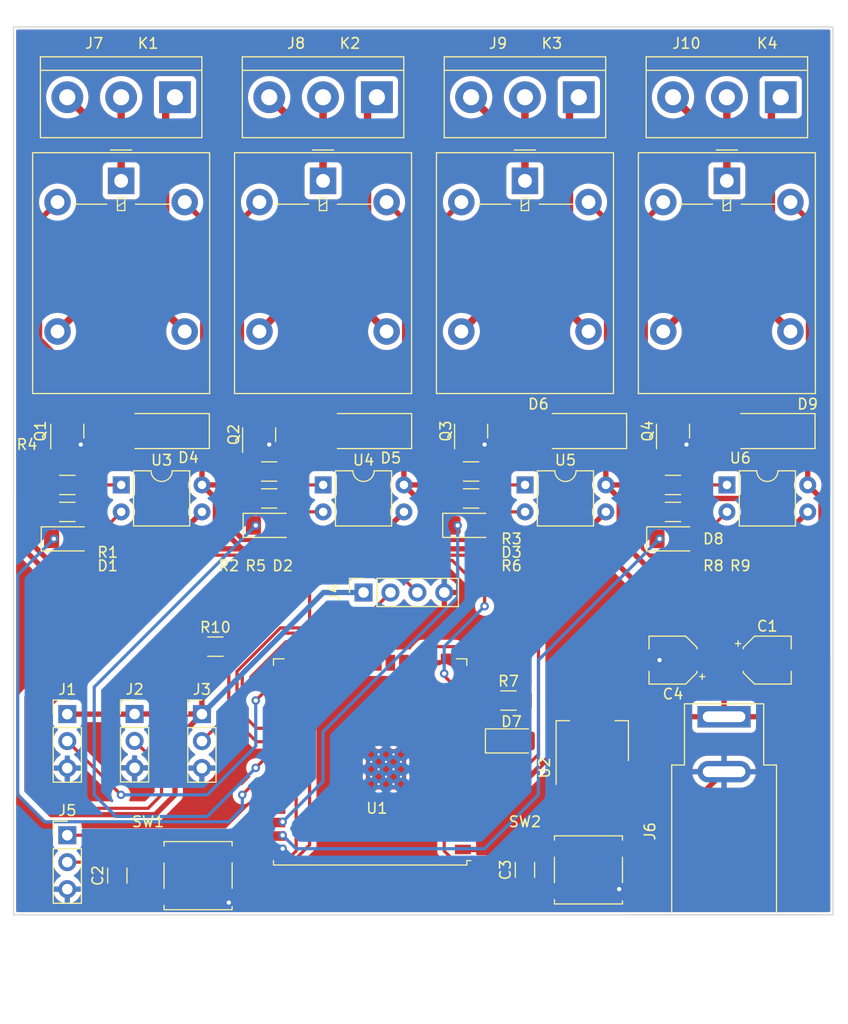
<source format=kicad_pcb>
(kicad_pcb (version 20221018) (generator pcbnew)
  (layers (0 "F.Cu" signal) (31 "B.Cu" signal) (34 "B.Paste" user) (35 "F.Paste" user) (36 "B.SilkS" user "B.Silkscreen") (37 "F.SilkS" user "F.Silkscreen") (38 "B.Mask" user) (39 "F.Mask" user) (44 "Edge.Cuts" user))
  (net 0 "")
  (net 1 "VCC")
  (net 2 "GND")
  (net 3 "/FLASH")
  (net 4 "/RESET")
  (net 5 "/VIN")
  (net 6 "/PB")
  (net 7 "/PC_LEDB")
  (net 8 "/PA")
  (net 9 "/PC_LEDA")
  (net 10 "/PC")
  (net 11 "/PC_LEDC")
  (net 12 "/RelayB")
  (net 13 "/RelayA")
  (net 14 "/RelayPC")
  (net 15 "Net-(D7-A)")
  (net 16 "/PD")
  (net 17 "/PC_LEDD")
  (net 18 "/RelayD")
  (net 19 "/PH")
  (net 20 "/TDS")
  (net 21 "/DS18")
  (net 22 "/TRIG")
  (net 23 "/ECHO")
  (net 24 "/TX")
  (net 25 "/RX")
  (net 26 "/R_AC1B")
  (net 27 "/R_AC2B")
  (net 28 "/R_AC3B")
  (net 29 "/R_AC1A")
  (net 30 "/R_AC2A")
  (net 31 "/R_AC3A")
  (net 32 "/R_AC1PC")
  (net 33 "/R_AC2PC")
  (net 34 "/R_AC3PC")
  (net 35 "/R_AC1D")
  (net 36 "/R_AC2D")
  (net 37 "/R_AC3D")
  (net 38 "/R_QB")
  (net 39 "/R_QA")
  (net 40 "/R_QPC")
  (net 41 "/R_QD")
  (net 42 "/R_PCB")
  (net 43 "/R_PCA")
  (net 44 "/R_PCC")
  (net 45 "/PC_RB")
  (net 46 "/PC_RA")
  (net 47 "/PC_RPC")
  (net 48 "/LED")
  (net 49 "/R_PCD")
  (net 50 "/PC_RD")
  (footprint "Resistor_SMD:R_1206_3216Metric_Pad1.30x1.75mm_HandSolder" (layer "F.Cu") (at 185.42 60.96)
    (fp_text reference "R5")
    (fp_text value "1k")
  )
  (footprint "Package_TO_SOT_SMD:SOT-223-3_TabPin2" (layer "F.Cu") (at 215.9 83.82 90)
    (fp_text reference "U2")
    (fp_text value "AMS1117-3.3")
  )
  (footprint "Capacitor_SMD:CP_Elec_4x5.3" (layer "F.Cu") (at 232.41 76.2)
    (fp_text reference "C1")
    (fp_text value "10u")
  )
  (footprint "TerminalBlock:TerminalBlock_bornier-3_P5.08mm" (layer "F.Cu") (at 233.68 23.1375 180)
    (fp_text reference "J10")
    (fp_text value "TD")
  )
  (footprint "Resistor_SMD:R_1206_3216Metric_Pad1.30x1.75mm_HandSolder" (layer "F.Cu") (at 166.37 62.23)
    (fp_text reference "R4")
    (fp_text value "1k")
  )
  (footprint "Package_DIP:DIP-4_W7.62mm" (layer "F.Cu") (at 209.56 59.685)
    (fp_text reference "U5")
    (fp_text value "PC817")
  )
  (footprint "Resistor_SMD:R_1206_3216Metric_Pad1.30x1.75mm_HandSolder" (layer "F.Cu") (at 208 80.01)
    (fp_text reference "R7")
    (fp_text value "330")
  )
  (footprint "Connector_BarrelJack:BarrelJack_SwitchcraftConxall_RAPC10U_Horizontal" (layer "F.Cu") (at 228.34 81.54 90)
    (fp_text reference "J6")
    (fp_text value "Jack-DC")
    (fp_line (start -18.67 -9) (end -18.67 9) (stroke (width 0.12)) (layer "Edge.Cuts"))
  )
  (footprint "Relay_THT:Relay_SPDT_Omron-G5LE-1" (layer "F.Cu") (at 228.6 31.02)
    (fp_text reference "K4")
    (fp_text value "G5LE-1")
  )
  (footprint "Connector_PinHeader_2.54mm:PinHeader_1x03_P2.54mm_Vertical" (layer "F.Cu") (at 172.72 81.28)
    (fp_text reference "J2")
    (fp_text value "TDS_Sensor")
  )
  (footprint "TerminalBlock:TerminalBlock_bornier-3_P5.08mm" (layer "F.Cu") (at 176.53 23.1375 180)
    (fp_text reference "J7")
    (fp_text value "TB")
  )
  (footprint "Package_DIP:DIP-4_W7.62mm" (layer "F.Cu") (at 228.61 59.685)
    (fp_text reference "U6")
    (fp_text value "PC817")
  )
  (footprint "Resistor_SMD:R_1206_3216Metric_Pad1.30x1.75mm_HandSolder" (layer "F.Cu") (at 185.42 58.42)
    (fp_text reference "R2")
    (fp_text value "1k")
  )
  (footprint "Diode_SMD:D_SMA_Handsoldering" (layer "F.Cu") (at 175.26 54.61 180)
    (fp_text reference "D4")
    (fp_text value "D")
  )
  (footprint "Diode_SMD:D_SMA_Handsoldering" (layer "F.Cu") (at 232.41 54.61 180)
    (fp_text reference "D9")
    (fp_text value "D")
  )
  (footprint "LED_SMD:LED_1206_3216Metric_Pad1.42x1.75mm_HandSolder" (layer "F.Cu") (at 166.37 64.77)
    (fp_text reference "D1")
    (fp_text value "LED")
  )
  (footprint "Resistor_SMD:R_1206_3216Metric_Pad1.30x1.75mm_HandSolder" (layer "F.Cu") (at 166.37 59.69)
    (fp_text reference "R1")
    (fp_text value "1k")
  )
  (footprint "RF_Module:ESP32-WROOM-32U" (layer "F.Cu") (at 194.945 85.8 180)
    (fp_text reference "U1")
    (fp_text value "ESP32-WROOM-32U")
  )
  (footprint "LED_SMD:LED_1206_3216Metric_Pad1.42x1.75mm_HandSolder" (layer "F.Cu") (at 204.2525 63.5)
    (fp_text reference "D3")
    (fp_text value "LED")
  )
  (footprint "LED_SMD:LED_1206_3216Metric_Pad1.42x1.75mm_HandSolder" (layer "F.Cu") (at 185.42 63.5)
    (fp_text reference "D2")
    (fp_text value "LED")
  )
  (footprint "Connector_PinHeader_2.54mm:PinHeader_1x03_P2.54mm_Vertical" (layer "F.Cu") (at 166.37 81.295)
    (fp_text reference "J1")
    (fp_text value "PH_Sensor")
  )
  (footprint "Resistor_SMD:R_1206_3216Metric_Pad1.30x1.75mm_HandSolder" (layer "F.Cu") (at 223.52 59.69)
    (fp_text reference "R8")
    (fp_text value "1k")
  )
  (footprint "TerminalBlock:TerminalBlock_bornier-3_P5.08mm" (layer "F.Cu") (at 195.58 23.1375 180)
    (fp_text reference "J8")
    (fp_text value "TA")
  )
  (footprint "Connector_PinHeader_2.54mm:PinHeader_1x03_P2.54mm_Vertical" (layer "F.Cu") (at 166.37 92.71)
    (fp_text reference "J5")
    (fp_text value "Flash Com")
  )
  (footprint "Resistor_SMD:R_1206_3216Metric_Pad1.30x1.75mm_HandSolder" (layer "F.Cu") (at 180.34 74.93)
    (fp_text reference "R10")
    (fp_text value "4,7K")
  )
  (footprint "Button_Switch_SMD:SW_Push_1P1T_NO_CK_KSC6xxJ" (layer "F.Cu") (at 178.71 96.52)
    (fp_text reference "SW1")
    (fp_text value "Button")
  )
  (footprint "Capacitor_SMD:CP_Elec_4x5.3" (layer "F.Cu") (at 223.52 76.2 180)
    (fp_text reference "C4")
    (fp_text value "10u")
  )
  (footprint "Relay_THT:Relay_SPDT_Omron-G5LE-1" (layer "F.Cu") (at 209.55 31.02)
    (fp_text reference "K3")
    (fp_text value "G5LE-1")
  )
  (footprint "Relay_THT:Relay_SPDT_Omron-G5LE-1" (layer "F.Cu") (at 190.5 31.02)
    (fp_text reference "K2")
    (fp_text value "G5LE-1")
  )
  (footprint "Diode_SMD:D_SMA_Handsoldering" (layer "F.Cu") (at 194.35 54.61 180)
    (fp_text reference "D5")
    (fp_text value "D")
  )
  (footprint "Resistor_SMD:R_1206_3216Metric_Pad1.30x1.75mm_HandSolder" (layer "F.Cu") (at 204.47 60.96)
    (fp_text reference "R6")
    (fp_text value "1k")
  )
  (footprint "TerminalBlock:TerminalBlock_bornier-3_P5.08mm" (layer "F.Cu") (at 214.63 23.1375 180)
    (fp_text reference "J9")
    (fp_text value "TC")
  )
  (footprint "Package_TO_SOT_SMD:SOT-23" (layer "F.Cu") (at 184.47 54.9425 90)
    (fp_text reference "Q2")
    (fp_text value "BC847")
  )
  (footprint "Diode_SMD:D_SMA_Handsoldering" (layer "F.Cu") (at 214.63 54.61 180)
    (fp_text reference "D6")
    (fp_text value "D")
  )
  (footprint "Package_TO_SOT_SMD:SOT-23" (layer "F.Cu") (at 223.52 54.61 90)
    (fp_text reference "Q4")
    (fp_text value "BC847")
  )
  (footprint "LED_SMD:LED_1206_3216Metric_Pad1.42x1.75mm_HandSolder" (layer "F.Cu") (at 208.28 83.82)
    (fp_text reference "D7")
    (fp_text value "LED")
  )
  (footprint "Resistor_SMD:R_1206_3216Metric_Pad1.30x1.75mm_HandSolder" (layer "F.Cu") (at 223.52 62.23)
    (fp_text reference "R9")
    (fp_text value "1k")
  )
  (footprint "Relay_THT:Relay_SPDT_Omron-G5LE-1" (layer "F.Cu") (at 171.45 31.02)
    (fp_text reference "K1")
    (fp_text value "G5LE-1")
  )
  (footprint "Button_Switch_SMD:SW_Push_1P1T_NO_CK_KSC6xxJ" (layer "F.Cu") (at 215.54 95.98)
    (fp_text reference "SW2")
    (fp_text value "Button")
  )
  (footprint "Package_DIP:DIP-4_W7.62mm" (layer "F.Cu") (at 171.46 59.685)
    (fp_text reference "U3")
    (fp_text value "PC817")
  )
  (footprint "Package_TO_SOT_SMD:SOT-23" (layer "F.Cu") (at 204.47 54.61 90)
    (fp_text reference "Q3")
    (fp_text value "BC847")
  )
  (footprint "Connector_PinHeader_2.54mm:PinHeader_1x03_P2.54mm_Vertical" (layer "F.Cu") (at 179.07 81.295)
    (fp_text reference "J3")
    (fp_text value "DS18B_Sensor")
  )
  (footprint "Connector_PinSocket_2.54mm:PinSocket_1x04_P2.54mm_Vertical" (layer "F.Cu") (at 194.32 69.825 90)
    (fp_text reference "J4")
    (fp_text value "Ultrasonic_Sensor")
  )
  (footprint "LED_SMD:LED_1206_3216Metric_Pad1.42x1.75mm_HandSolder" (layer "F.Cu") (at 223.4975 64.77)
    (fp_text reference "D8")
    (fp_text value "LED")
  )
  (footprint "Package_DIP:DIP-4_W7.62mm" (layer "F.Cu") (at 190.51 59.685)
    (fp_text reference "U4")
    (fp_text value "PC817")
  )
  (footprint "Capacitor_SMD:C_1206_3216Metric_Pad1.33x1.80mm_HandSolder" (layer "F.Cu") (at 171.09 96.52 90)
    (fp_text reference "C2")
    (fp_text value "1u")
  )
  (footprint "Capacitor_SMD:C_1206_3216Metric_Pad1.33x1.80mm_HandSolder" (layer "F.Cu") (at 209.55 95.98 90)
    (fp_text reference "C3")
    (fp_text value "1u")
  )
  (footprint "Resistor_SMD:R_1206_3216Metric_Pad1.30x1.75mm_HandSolder" (layer "F.Cu") (at 204.47 58.42)
    (fp_text reference "R3")
    (fp_text value "1k")
  )
  (footprint "Package_TO_SOT_SMD:SOT-23" (layer "F.Cu") (at 166.37 54.61 90)
    (fp_text reference "Q1")
    (fp_text value "BC847")
  )
  (gr_rect (start 161.29 16.51) (end 238.61 100.21) (stroke (width 0.1)) (fill none) (layer "Edge.Cuts"))
  (segment (start 179.07 81.295) (end 179.07 75.21) (width 0.5) (layer "F.Cu") (net 1))
  (segment (start 182.830051 65.71) (end 180.34 63.219949) (width 0.5) (layer "F.Cu") (net 1))
  (segment (start 236.3 53.22) (end 236.3 34.72) (width 0.5) (layer "F.Cu") (net 1))
  (segment (start 217.25 34.72) (end 215.55 33.02) (width 0.5) (layer "F.Cu") (net 1))
  (segment (start 231.459949 81.54) (end 237.48 75.519949) (width 0.5) (layer "F.Cu") (net 1))
  (segment (start 218.44 67.31) (end 219.71 68.58) (width 0.5) (layer "F.Cu") (net 1))
  (segment (start 198.2 34.72) (end 196.5 33.02) (width 0.5) (layer "F.Cu") (net 1))
  (segment (start 228.34 81.54) (end 223.63 81.54) (width 0.5) (layer "F.Cu") (net 1))
  (segment (start 179.08 59.685) (end 179.08 55.93) (width 0.5) (layer "F.Cu") (net 1))
  (segment (start 198.13 55.89) (end 196.85 54.61) (width 0.5) (layer "F.Cu") (net 1))
  (segment (start 217.13 54.61) (end 217.18 54.66) (width 0.5) (layer "F.Cu") (net 1))
  (segment (start 217.18 59.685) (end 218.44 60.945) (width 0.5) (layer "F.Cu") (net 1))
  (segment (start 228.34 81.54) (end 231.459949 81.54) (width 0.5) (layer "F.Cu") (net 1))
  (segment (start 236.23 55.93) (end 234.91 54.61) (width 0.5) (layer "F.Cu") (net 1))
  (segment (start 237.48 66.04) (end 237.48 60.935) (width 0.5) (layer "F.Cu") (net 1))
  (segment (start 180.34 63.219949) (end 180.34 60.945) (width 0.5) (layer "F.Cu") (net 1))
  (segment (start 228.34 78.47) (end 230.61 76.2) (width 0.5) (layer "F.Cu") (net 1))
  (segment (start 234.91 54.61) (end 236.3 53.22) (width 0.5) (layer "F.Cu") (net 1))
  (segment (start 228.34 81.54) (end 228.34 78.47) (width 0.5) (layer "F.Cu") (net 1))
  (segment (start 199.96 65.01) (end 200.66 65.71) (width 0.5) (layer "F.Cu") (net 1))
  (segment (start 179.15 53.22) (end 179.15 34.72) (width 0.5) (layer "F.Cu") (net 1))
  (segment (start 161.86 61.66) (end 163.83 59.69) (width 0.5) (layer "F.Cu") (net 1))
  (segment (start 199.96 61.515) (end 199.96 65.01) (width 0.5) (layer "F.Cu") (net 1))
  (segment (start 217.18 59.685) (end 221.965 59.685) (width 0.5) (layer "F.Cu") (net 1))
  (segment (start 173.71495 68.58) (end 162.56 79.73495) (width 0.5) (layer "F.Cu") (net 1))
  (segment (start 164.851472 90.77) (end 174.66 90.77) (width 0.5) (layer "F.Cu") (net 1))
  (segment (start 179.055 81.28) (end 179.07 81.295) (width 0.5) (layer "F.Cu") (net 1))
  (segment (start 182.88 65.71) (end 182.830051 65.71) (width 0.5) (layer "F.Cu") (net 1))
  (segment (start 200.66 65.71) (end 216.84 65.71) (width 0.5) (layer "F.Cu") (net 1))
  (segment (start 237.48 60.935) (end 236.23 59.685) (width 0.5) (layer "F.Cu") (net 1))
  (segment (start 198.13 59.685) (end 201.655 59.685) (width 0.5) (layer "F.Cu") (net 1))
  (segment (start 198.13 59.685) (end 198.13 55.89) (width 0.5) (layer "F.Cu") (net 1))
  (segment (start 237.48 66.05) (end 237.48 66.04) (width 0.5) (layer "F.Cu") (net 1))
  (segment (start 223.63 81.54) (end 218.2 86.97) (width 0.5) (layer "F.Cu") (net 1))
  (segment (start 177.76 54.61) (end 179.15 53.22) (width 0.5) (layer "F.Cu") (net 1))
  (segment (start 165.1 68.58) (end 161.86 65.34) (width 0.5) (layer "F.Cu") (net 1))
  (segment (start 176.53 83.835) (end 179.07 81.295) (width 0.5) (layer "F.Cu") (net 1))
  (segment (start 237.48 75.519949) (end 237.48 66.04) (width 0.5) (layer "F.Cu") (net 1))
  (segment (start 176.58495 65.71) (end 173.71495 68.58) (width 0.5) (layer "F.Cu") (net 1))
  (segment (start 219.71 68.58) (end 234.95 68.58) (width 0.5) (layer "F.Cu") (net 1))
  (segment (start 180.34 60.945) (end 179.08 59.685) (width 0.5) (layer "F.Cu") (net 1))
  (segment (start 221.965 59.685) (end 221.97 59.69) (width 0.5) (layer "F.Cu") (net 1))
  (segment (start 201.655 59.685) (end 202.92 58.42) (width 0.5) (layer "F.Cu") (net 1))
  (segment (start 182.88 65.71) (end 176.58495 65.71) (width 0.5) (layer "F.Cu") (net 1))
  (segment (start 173.71495 68.58) (end 165.1 68.58) (width 0.5) (layer "F.Cu") (net 1))
  (segment (start 172.705 81.295) (end 172.72 81.28) (width 0.5) (layer "F.Cu") (net 1))
  (segment (start 182.605 59.685) (end 179.08 59.685) (width 0.5) (layer "F.Cu") (net 1))
  (segment (start 174.66 90.77) (end 176.53 88.9) (width 0.5) (layer "F.Cu") (net 1))
  (segment (start 179.07 75.21) (end 178.79 74.93) (width 0.5) (layer "F.Cu") (net 1))
  (segment (start 217.13 54.61) (end 217.25 54.49) (width 0.5) (layer "F.Cu") (net 1))
  (segment (start 162.56 79.73495) (end 162.56 88.478528) (width 0.5) (layer "F.Cu") (net 1))
  (segment (start 179.08 55.93) (end 177.76 54.61) (width 0.5) (layer "F.Cu") (net 1))
  (segment (start 176.53 88.9) (end 176.53 83.835) (width 0.5) (layer "F.Cu") (net 1))
  (segment (start 217.25 54.49) (end 217.25 34.72) (width 0.5) (layer "F.Cu") (net 1))
  (segment (start 236.3 34.72) (end 234.6 33.02) (width 0.5) (layer "F.Cu") (net 1))
  (segment (start 236.23 59.685) (end 236.23 55.93) (width 0.5) (layer "F.Cu") (net 1))
  (segment (start 218.44 60.945) (end 218.44 67.31) (width 0.5) (layer "F.Cu") (net 1))
  (segment (start 162.56 88.478528) (end 164.851472 90.77) (width 0.5) (layer "F.Cu") (net 1))
  (segment (start 200.66 65.71) (end 182.88 65.71) (width 0.5) (layer "F.Cu") (net 1))
  (segment (start 163.83 59.69) (end 164.82 59.69) (width 0.5) (layer "F.Cu") (net 1))
  (segment (start 234.95 68.58) (end 237.48 66.05) (width 0.5) (layer "F.Cu") (net 1))
  (segment (start 161.86 65.34) (end 161.86 61.66) (width 0.5) (layer "F.Cu") (net 1))
  (segment (start 198.13 59.685) (end 199.96 61.515) (width 0.5) (layer "F.Cu") (net 1))
  (segment (start 166.37 81.295) (end 172.705 81.295) (width 0.5) (layer "F.Cu") (net 1))
  (segment (start 172.72 81.28) (end 179.055 81.28) (width 0.5) (layer "F.Cu") (net 1))
  (segment (start 217.18 54.66) (end 217.18 59.685) (width 0.5) (layer "F.Cu") (net 1))
  (segment (start 198.2 53.26) (end 198.2 34.72) (width 0.5) (layer "F.Cu") (net 1))
  (segment (start 179.15 34.72) (end 177.45 33.02) (width 0.5) (layer "F.Cu") (net 1))
  (segment (start 183.87 58.42) (end 182.605 59.685) (width 0.5) (layer "F.Cu") (net 1))
  (segment (start 216.84 65.71) (end 218.44 67.31) (width 0.5) (layer "F.Cu") (net 1))
  (segment (start 196.85 54.61) (end 198.2 53.26) (width 0.5) (layer "F.Cu") (net 1))
  (segment (start 190.54 69.825) (end 194.32 69.825) (width 0.5) (layer "B.Cu") (net 1))
  (segment (start 179.07 81.295) (end 190.54 69.825) (width 0.5) (layer "B.Cu") (net 1))
  (segment (start 218.44 97.98) (end 218.44 97.79) (width 0.5) (layer "F.Cu") (net 2))
  (segment (start 212.64 97.98) (end 209.9875 97.98) (width 0.5) (layer "F.Cu") (net 2))
  (segment (start 221.72 75.46) (end 222.25 76.2) (width 0.5) (layer "F.Cu") (net 2))
  (segment (start 228.34 86.72) (end 224.89 90.17) (width 0.5) (layer "F.Cu") (net 2))
  (segment (start 213.6 87.87) (end 213.6 86.97) (width 0.5) (layer "F.Cu") (net 2))
  (segment (start 218.44 97.79) (end 212.64 97.98) (width 0.5) (layer "F.Cu") (net 2))
  (segment (start 234.21 76.2) (end 230.4 72.39) (width 0.5) (layer "F.Cu") (net 2))
  (segment (start 215.9 90.17) (end 213.6 87.87) (width 0.5) (layer "F.Cu") (net 2))
  (segment (start 222.25 76.2) (end 221.72 76.2) (width 0.5) (layer "F.Cu") (net 2))
  (segment (start 230.4 72.39) (end 224.79 72.39) (width 0.5) (layer "F.Cu") (net 2))
  (segment (start 224.79 72.39) (end 221.72 75.46) (width 0.5) (layer "F.Cu") (net 2))
  (segment (start 209.9875 97.98) (end 209.55 97.5425) (width 0.5) (layer "F.Cu") (net 2))
  (segment (start 224.89 90.17) (end 215.9 90.17) (width 0.5) (layer "F.Cu") (net 2))
  (via (at 218.44 97.79) (size 0.8) (drill 0.4) (layers "F.Cu" "B.Cu") (net 2))
  (via (at 186.69 93.98) (size 0.8) (drill 0.4) (layers "F.Cu" "B.Cu") (net 2))
  (via (at 205.74 55.88) (size 0.8) (drill 0.4) (layers "F.Cu" "B.Cu") (net 2))
  (via (at 181.61 99.06) (size 0.8) (drill 0.4) (layers "F.Cu" "B.Cu") (net 2))
  (via (at 167.64 55.88) (size 0.8) (drill 0.4) (layers "F.Cu" "B.Cu") (net 2))
  (via (at 185.42 55.88) (size 0.8) (drill 0.4) (layers "F.Cu" "B.Cu") (net 2))
  (via (at 224.79 55.88) (size 0.8) (drill 0.4) (layers "F.Cu" "B.Cu") (net 2))
  (via (at 222.25 76.2) (size 0.8) (drill 0.4) (layers "F.Cu" "B.Cu") (net 2))
  (segment (start 187.96 94.19) (end 187.96 78.26) (width 0.3) (layer "F.Cu") (net 3))
  (segment (start 184.15 94.52) (end 184.485 94.855) (width 0.3) (layer "F.Cu") (net 3))
  (segment (start 187.295 94.855) (end 187.96 94.19) (width 0.3) (layer "F.Cu") (net 3))
  (segment (start 171.5275 94.52) (end 175.81 94.52) (width 0.3) (layer "F.Cu") (net 3))
  (segment (start 184.485 94.855) (end 187.295 94.855) (width 0.3) (layer "F.Cu") (net 3))
  (segment (start 187.96 78.26) (end 187.245 77.545) (width 0.3) (layer "F.Cu") (net 3))
  (segment (start 187.245 77.545) (end 186.195 77.545) (width 0.3) (layer "F.Cu") (net 3))
  (segment (start 171.09 94.9575) (end 171.5275 94.52) (width 0.3) (layer "F.Cu") (net 3))
  (segment (start 181.61 94.52) (end 175.81 94.52) (width 0.3) (layer "F.Cu") (net 3))
  (segment (start 181.61 94.52) (end 184.15 94.52) (width 0.3) (layer "F.Cu") (net 3))
  (segment (start 202.99 95.25) (end 208.7175 95.25) (width 0.3) (layer "F.Cu") (net 4))
  (segment (start 202.645 91.515) (end 201.93 92.23) (width 0.3) (layer "F.Cu") (net 4))
  (segment (start 208.7175 95.25) (end 209.55 94.4175) (width 0.3) (layer "F.Cu") (net 4))
  (segment (start 201.93 94.19) (end 202.99 95.25) (width 0.3) (layer "F.Cu") (net 4))
  (segment (start 218.44 93.98) (end 212.64 93.98) (width 0.3) (layer "F.Cu") (net 4))
  (segment (start 209.9875 93.98) (end 212.64 93.98) (width 0.3) (layer "F.Cu") (net 4))
  (segment (start 203.695 91.515) (end 202.645 91.515) (width 0.3) (layer "F.Cu") (net 4))
  (segment (start 201.93 92.23) (end 201.93 94.19) (width 0.3) (layer "F.Cu") (net 4))
  (segment (start 209.55 94.4175) (end 209.9875 93.98) (width 0.3) (layer "F.Cu") (net 4))
  (segment (start 212.09 85.09) (end 204.395 92.785) (width 0.5) (layer "F.Cu") (net 5))
  (segment (start 215.9 80.67) (end 215.9 86.97) (width 0.5) (layer "F.Cu") (net 5))
  (segment (start 215.9 86.72) (end 214.27 85.09) (width 0.5) (layer "F.Cu") (net 5))
  (segment (start 215.9 80.67) (end 220.85 80.67) (width 0.5) (layer "F.Cu") (net 5))
  (segment (start 214.27 85.09) (end 212.09 85.09) (width 0.5) (layer "F.Cu") (net 5))
  (segment (start 215.9 86.97) (end 215.9 86.72) (width 0.5) (layer "F.Cu") (net 5))
  (segment (start 220.85 80.67) (end 225.32 76.2) (width 0.5) (layer "F.Cu") (net 5))
  (segment (start 204.395 92.785) (end 203.695 92.785) (width 0.5) (layer "F.Cu") (net 5))
  (segment (start 184.075 87.705) (end 186.195 87.705) (width 0.3) (layer "F.Cu") (net 6))
  (segment (start 182.88 88.9) (end 184.075 87.705) (width 0.3) (layer "F.Cu") (net 6))
  (via (at 165.1 64.77) (size 0.8) (drill 0.4) (layers "F.Cu" "B.Cu") (net 6))
  (via (at 182.88 88.9) (size 0.8) (drill 0.4) (layers "F.Cu" "B.Cu") (net 6))
  (segment (start 161.69 68.18) (end 161.69 88.9) (width 0.3) (layer "B.Cu") (net 6))
  (segment (start 164.23 91.44) (end 181.61 91.44) (width 0.3) (layer "B.Cu") (net 6))
  (segment (start 165.1 64.77) (end 161.69 68.18) (width 0.3) (layer "B.Cu") (net 6))
  (segment (start 161.69 88.9) (end 164.23 91.44) (width 0.3) (layer "B.Cu") (net 6))
  (segment (start 182.88 90.17) (end 182.88 88.9) (width 0.3) (layer "B.Cu") (net 6))
  (segment (start 181.61 91.44) (end 182.88 90.17) (width 0.3) (layer "B.Cu") (net 6))
  (segment (start 168.915 64.77) (end 171.46 62.225) (width 0.3) (layer "F.Cu") (net 7))
  (segment (start 167.8575 64.77) (end 168.915 64.77) (width 0.3) (layer "F.Cu") (net 7))
  (segment (start 185.345 85.165) (end 184.15 86.36) (width 0.3) (layer "F.Cu") (net 8))
  (segment (start 186.195 85.165) (end 185.345 85.165) (width 0.3) (layer "F.Cu") (net 8))
  (via (at 184.15 63.5) (size 0.8) (drill 0.4) (layers "F.Cu" "B.Cu") (net 8))
  (via (at 184.15 86.36) (size 0.8) (drill 0.4) (layers "F.Cu" "B.Cu") (net 8))
  (segment (start 170.95 90.94) (end 179.07 90.94) (width 0.3) (layer "B.Cu") (net 8))
  (segment (start 168.91 88.9) (end 170.95 90.94) (width 0.3) (layer "B.Cu") (net 8))
  (segment (start 168.91 78.74) (end 168.91 88.9) (width 0.3) (layer "B.Cu") (net 8))
  (segment (start 179.57 90.94) (end 184.15 86.36) (width 0.3) (layer "B.Cu") (net 8))
  (segment (start 184.15 63.5) (end 168.91 78.74) (width 0.3) (layer "B.Cu") (net 8))
  (segment (start 179.07 90.94) (end 179.57 90.94) (width 0.3) (layer "B.Cu") (net 8))
  (segment (start 186.9075 63.5) (end 188.1825 62.225) (width 0.3) (layer "F.Cu") (net 9))
  (segment (start 188.1825 62.225) (end 190.51 62.225) (width 0.3) (layer "F.Cu") (net 9))
  (segment (start 186.69 91.44) (end 186.27 91.44) (width 0.3) (layer "F.Cu") (net 10))
  (segment (start 186.27 91.44) (end 186.195 91.515) (width 0.3) (layer "F.Cu") (net 10))
  (via (at 203.2 63.5) (size 0.8) (drill 0.4) (layers "F.Cu" "B.Cu") (net 10))
  (via (at 186.69 91.44) (size 0.8) (drill 0.4) (layers "F.Cu" "B.Cu") (net 10))
  (segment (start 203.2 63.5) (end 203.2 70.262057) (width 0.3) (layer "B.Cu") (net 10))
  (segment (start 190.5 82.962057) (end 190.5 87.63) (width 0.3) (layer "B.Cu") (net 10))
  (segment (start 203.2 70.262057) (end 190.5 82.962057) (width 0.3) (layer "B.Cu") (net 10))
  (segment (start 190.5 87.63) (end 186.69 91.44) (width 0.3) (layer "B.Cu") (net 10))
  (segment (start 205.74 63.5) (end 207.015 62.225) (width 0.3) (layer "F.Cu") (net 11))
  (segment (start 207.015 62.225) (end 209.56 62.225) (width 0.3) (layer "F.Cu") (net 11))
  (segment (start 163.75 34.72) (end 165.45 33.02) (width 0.5) (layer "F.Cu") (net 12))
  (segment (start 166.37 48.544164) (end 163.75 45.924164) (width 0.5) (layer "F.Cu") (net 12))
  (segment (start 163.75 45.924164) (end 163.75 34.72) (width 0.5) (layer "F.Cu") (net 12))
  (segment (start 166.37 53.6725) (end 166.37 48.544164) (width 0.5) (layer "F.Cu") (net 12))
  (segment (start 166.37 53.6725) (end 171.8225 53.6725) (width 0.5) (layer "F.Cu") (net 12))
  (segment (start 171.8225 53.6725) (end 172.76 54.61) (width 0.5) (layer "F.Cu") (net 12))
  (segment (start 191.85 54.61) (end 185.075 54.61) (width 0.5) (layer "F.Cu") (net 13))
  (segment (start 182.8 52.335) (end 182.8 34.72) (width 0.5) (layer "F.Cu") (net 13))
  (segment (start 182.8 34.72) (end 184.5 33.02) (width 0.5) (layer "F.Cu") (net 13))
  (segment (start 184.47 54.005) (end 182.8 52.335) (width 0.5) (layer "F.Cu") (net 13))
  (segment (start 185.075 54.61) (end 184.47 54.005) (width 0.5) (layer "F.Cu") (net 13))
  (segment (start 211.1925 53.6725) (end 204.47 53.6725) (width 0.5) (layer "F.Cu") (net 14))
  (segment (start 200.66 35.91) (end 200.66 49.8625) (width 0.5) (layer "F.Cu") (net 14))
  (segment (start 203.55 33.02) (end 200.66 35.91) (width 0.5) (layer "F.Cu") (net 14))
  (segment (start 212.13 54.61) (end 211.1925 53.6725) (width 0.5) (layer "F.Cu") (net 14))
  (segment (start 200.66 49.8625) (end 204.47 53.6725) (width 0.5) (layer "F.Cu") (net 14))
  (segment (start 209.7675 83.82) (end 209.7675 80.2275) (width 0.25) (layer "F.Cu") (net 15))
  (segment (start 209.7675 80.2275) (end 209.55 80.01) (width 0.25) (layer "F.Cu") (net 15))
  (segment (start 186.69 92.71) (end 186.27 92.71) (width 0.3) (layer "F.Cu") (net 16))
  (segment (start 186.27 92.71) (end 186.195 92.785) (width 0.3) (layer "F.Cu") (net 16))
  (via (at 186.69 92.71) (size 0.8) (drill 0.4) (layers "F.Cu" "B.Cu") (net 16))
  (via (at 222.25 64.77) (size 0.8) (drill 0.4) (layers "F.Cu" "B.Cu") (net 16))
  (segment (start 205.74 93.98) (end 190.5 93.98) (width 0.3) (layer "B.Cu") (net 16))
  (segment (start 210.82 76.2) (end 210.82 88.9) (width 0.3) (layer "B.Cu") (net 16))
  (segment (start 190.5 93.98) (end 187.96 93.98) (width 0.3) (layer "B.Cu") (net 16))
  (segment (start 222.25 64.77) (end 210.82 76.2) (width 0.3) (layer "B.Cu") (net 16))
  (segment (start 187.96 93.98) (end 186.69 92.71) (width 0.3) (layer "B.Cu") (net 16))
  (segment (start 210.82 88.9) (end 205.74 93.98) (width 0.3) (layer "B.Cu") (net 16))
  (segment (start 224.985 64.77) (end 226.065 64.77) (width 0.3) (layer "F.Cu") (net 17))
  (segment (start 226.065 64.77) (end 228.61 62.225) (width 0.3) (layer "F.Cu") (net 17))
  (segment (start 223.52 53.6725) (end 220.9 51.0525) (width 0.5) (layer "F.Cu") (net 18))
  (segment (start 220.9 51.0525) (end 220.9 34.72) (width 0.5) (layer "F.Cu") (net 18))
  (segment (start 229.91 54.61) (end 228.9725 53.6725) (width 0.5) (layer "F.Cu") (net 18))
  (segment (start 228.9725 53.6725) (end 223.52 53.6725) (width 0.5) (layer "F.Cu") (net 18))
  (segment (start 220.9 34.72) (end 222.6 33.02) (width 0.5) (layer "F.Cu") (net 18))
  (segment (start 184.15 80.01) (end 185.345 78.815) (width 0.3) (layer "F.Cu") (net 19))
  (segment (start 185.345 78.815) (end 186.195 78.815) (width 0.3) (layer "F.Cu") (net 19))
  (segment (start 171.435 88.9) (end 166.37 83.835) (width 0.3) (layer "F.Cu") (net 19))
  (via (at 171.435 88.9) (size 0.8) (drill 0.4) (layers "F.Cu" "B.Cu") (net 19))
  (via (at 184.15 80.01) (size 0.8) (drill 0.4) (layers "F.Cu" "B.Cu") (net 19))
  (segment (start 171.435 88.9) (end 179.567057 88.9) (width 0.3) (layer "B.Cu") (net 19))
  (segment (start 179.567057 88.9) (end 184.15 84.317057) (width 0.3) (layer "B.Cu") (net 19))
  (segment (start 184.15 84.317057) (end 184.15 80.01) (width 0.3) (layer "B.Cu") (net 19))
  (segment (start 175.26 86.36) (end 175.26 88.9) (width 0.3) (layer "F.Cu") (net 20))
  (segment (start 210.83 85.08) (end 208.205 87.705) (width 0.3) (layer "F.Cu") (net 20))
  (segment (start 178.955 66.31) (end 204.74 66.31) (width 0.3) (layer "F.Cu") (net 20))
  (segment (start 208.205 87.705) (end 203.695 87.705) (width 0.3) (layer "F.Cu") (net 20))
  (segment (start 210.83 72.4) (end 210.83 85.08) (width 0.3) (layer "F.Cu") (net 20))
  (segment (start 204.74 66.31) (end 210.83 72.4) (width 0.3) (layer "F.Cu") (net 20))
  (segment (start 173.99 90.17) (end 165.1 90.17) (width 0.3) (layer "F.Cu") (net 20))
  (segment (start 163.83 81.435) (end 178.955 66.31) (width 0.3) (layer "F.Cu") (net 20))
  (segment (start 163.83 88.9) (end 163.83 81.435) (width 0.3) (layer "F.Cu") (net 20))
  (segment (start 172.72 83.82) (end 175.26 86.36) (width 0.3) (layer "F.Cu") (net 20))
  (segment (start 165.1 90.17) (end 163.83 88.9) (width 0.3) (layer "F.Cu") (net 20))
  (segment (start 175.26 88.9) (end 173.99 90.17) (width 0.3) (layer "F.Cu") (net 20))
  (segment (start 181.61 75.21) (end 181.89 74.93) (width 0.3) (layer "F.Cu") (net 21))
  (segment (start 181.89 74.93) (end 190.01 66.81) (width 0.3) (layer "F.Cu") (net 21))
  (segment (start 179.07 83.835) (end 181.61 81.295) (width 0.3) (layer "F.Cu") (net 21))
  (segment (start 201.93 77.47) (end 201.93 77.68) (width 0.3) (layer "F.Cu") (net 21))
  (segment (start 205.74 69.85) (end 205.74 71.12) (width 0.3) (layer "F.Cu") (net 21))
  (segment (start 202.7 66.81) (end 205.74 69.85) (width 0.3) (layer "F.Cu") (net 21))
  (segment (start 190.01 66.81) (end 202.7 66.81) (width 0.3) (layer "F.Cu") (net 21))
  (segment (start 203.065 78.815) (end 203.695 78.815) (width 0.3) (layer "F.Cu") (net 21))
  (segment (start 201.93 77.68) (end 203.065 78.815) (width 0.3) (layer "F.Cu") (net 21))
  (segment (start 181.61 81.295) (end 181.61 75.21) (width 0.3) (layer "F.Cu") (net 21))
  (via (at 201.93 77.47) (size 0.8) (drill 0.4) (layers "F.Cu" "B.Cu") (net 21))
  (via (at 205.74 71.12) (size 0.8) (drill 0.4) (layers "F.Cu" "B.Cu") (net 21))
  (segment (start 205.74 71.12) (end 201.93 74.93) (width 0.3) (layer "B.Cu") (net 21))
  (segment (start 201.93 74.93) (end 201.93 77.47) (width 0.3) (layer "B.Cu") (net 21))
  (segment (start 193.025 73.66) (end 186.69 73.66) (width 0.3) (layer "F.Cu") (net 22))
  (segment (start 196.86 69.825) (end 193.025 73.66) (width 0.3) (layer "F.Cu") (net 22))
  (segment (start 182.88 81.28) (end 184.225 82.625) (width 0.3) (layer "F.Cu") (net 22))
  (segment (start 182.88 77.47) (end 182.88 81.28) (width 0.3) (layer "F.Cu") (net 22))
  (segment (start 184.225 82.625) (end 186.195 82.625) (width 0.3) (layer "F.Cu") (net 22))
  (segment (start 186.69 73.66) (end 182.88 77.47) (width 0.3) (layer "F.Cu") (net 22))
  (segment (start 182.38 77.262894) (end 182.38 82.05) (width 0.3) (layer "F.Cu") (net 23))
  (segment (start 184.225 83.895) (end 186.195 83.895) (width 0.3) (layer "F.Cu") (net 23))
  (segment (start 189.23 72.39) (end 188.46 73.16) (width 0.3) (layer "F.Cu") (net 23))
  (segment (start 199.4 69.825) (end 196.885 67.31) (width 0.3) (layer "F.Cu") (net 23))
  (segment (start 189.23 69.85) (end 189.23 72.39) (width 0.3) (layer "F.Cu") (net 23))
  (segment (start 191.77 67.31) (end 189.23 69.85) (width 0.3) (layer "F.Cu") (net 23))
  (segment (start 196.885 67.31) (end 191.77 67.31) (width 0.3) (layer "F.Cu") (net 23))
  (segment (start 182.38 82.05) (end 184.225 83.895) (width 0.3) (layer "F.Cu") (net 23))
  (segment (start 188.46 73.16) (end 186.482894 73.16) (width 0.3) (layer "F.Cu") (net 23))
  (segment (start 186.482894 73.16) (end 182.38 77.262894) (width 0.3) (layer "F.Cu") (net 23))
  (segment (start 184.075 90.245) (end 186.195 90.245) (width 0.3) (layer "F.Cu") (net 24))
  (segment (start 181.61 92.71) (end 184.075 90.245) (width 0.3) (layer "F.Cu") (net 24))
  (segment (start 166.37 92.71) (end 181.61 92.71) (width 0.3) (layer "F.Cu") (net 24))
  (segment (start 166.37 95.25) (end 169.84 95.25) (width 0.3) (layer "F.Cu") (net 25))
  (segment (start 170.191472 95.97) (end 183.662893 95.97) (width 0.3) (layer "F.Cu") (net 25))
  (segment (start 187.502107 95.355) (end 189.23 93.627106) (width 0.3) (layer "F.Cu") (net 25))
  (segment (start 169.84 95.618528) (end 170.191472 95.97) (width 0.3) (layer "F.Cu") (net 25))
  (segment (start 184.277893 95.355) (end 187.502107 95.355) (width 0.3) (layer "F.Cu") (net 25))
  (segment (start 189.23 93.627106) (end 189.23 76.45) (width 0.3) (layer "F.Cu") (net 25))
  (segment (start 169.84 95.25) (end 169.84 95.618528) (width 0.3) (layer "F.Cu") (net 25))
  (segment (start 183.662893 95.97) (end 184.277893 95.355) (width 0.3) (layer "F.Cu") (net 25))
  (segment (start 175.65 43.42) (end 175.65 24.0175) (width 0.7) (layer "F.Cu") (net 26))
  (segment (start 177.45 45.22) (end 175.65 43.42) (width 0.7) (layer "F.Cu") (net 26))
  (segment (start 175.65 24.0175) (end 176.53 23.1375) (width 0.7) (layer "F.Cu") (net 26))
  (segment (start 171.45 31.02) (end 171.45 23.1375) (width 0.7) (layer "F.Cu") (net 27))
  (segment (start 167.87 42.8) (end 167.87 24.6375) (width 0.7) (layer "F.Cu") (net 28))
  (segment (start 165.45 45.22) (end 167.87 42.8) (width 0.7) (layer "F.Cu") (net 28))
  (segment (start 167.87 24.6375) (end 166.37 23.1375) (width 0.7) (layer "F.Cu") (net 28))
  (segment (start 196.5 45.22) (end 194.7 43.42) (width 0.7) (layer "F.Cu") (net 29))
  (segment (start 194.7 43.42) (end 194.7 24.0175) (width 0.7) (layer "F.Cu") (net 29))
  (segment (start 194.7 24.0175) (end 195.58 23.1375) (width 0.7) (layer "F.Cu") (net 29))
  (segment (start 190.5 31.02) (end 190.5 23.1375) (width 0.7) (layer "F.Cu") (net 30))
  (segment (start 186.92 42.8) (end 186.92 24.6375) (width 0.7) (layer "F.Cu") (net 31))
  (segment (start 186.92 24.6375) (end 185.42 23.1375) (width 0.7) (layer "F.Cu") (net 31))
  (segment (start 184.5 45.22) (end 186.92 42.8) (width 0.7) (layer "F.Cu") (net 31))
  (segment (start 213.75 43.42) (end 213.75 24.0175) (width 0.7) (layer "F.Cu") (net 32))
  (segment (start 213.75 24.0175) (end 214.63 23.1375) (width 0.7) (layer "F.Cu") (net 32))
  (segment (start 215.55 45.22) (end 213.75 43.42) (width 0.7) (layer "F.Cu") (net 32))
  (segment (start 209.55 31.02) (end 209.55 23.1375) (width 0.7) (layer "F.Cu") (net 33))
  (segment (start 205.97 24.6375) (end 204.47 23.1375) (width 0.7) (layer "F.Cu") (net 34))
  (segment (start 205.97 42.8) (end 205.97 24.6375) (width 0.7) (layer "F.Cu") (net 34))
  (segment (start 203.55 45.22) (end 205.97 42.8) (width 0.7) (layer "F.Cu") (net 34))
  (segment (start 232.8 43.42) (end 232.8 24.0175) (width 0.7) (layer "F.Cu") (net 35))
  (segment (start 234.6 45.22) (end 232.8 43.42) (width 0.7) (layer "F.Cu") (net 35))
  (segment (start 232.8 24.0175) (end 233.68 23.1375) (width 0.7) (layer "F.Cu") (net 35))
  (segment (start 228.6 31.02) (end 228.6 23.1375) (width 0.7) (layer "F.Cu") (net 36))
  (segment (start 222.6 45.22) (end 225.02 42.8) (width 0.7) (layer "F.Cu") (net 37))
  (segment (start 225.02 24.6375) (end 223.52 23.1375) (width 0.7) (layer "F.Cu") (net 37))
  (segment (start 225.02 42.8) (end 225.02 24.6375) (width 0.7) (layer "F.Cu") (net 37))
  (segment (start 165.92 60.23) (end 167.92 62.23) (width 0.5) (layer "F.Cu") (net 38))
  (segment (start 165.42 55.5475) (end 165.92 56.0475) (width 0.5) (layer "F.Cu") (net 38))
  (segment (start 165.92 56.0475) (end 165.92 60.23) (width 0.5) (layer "F.Cu") (net 38))
  (segment (start 186.97 60.96) (end 184.97 58.96) (width 0.5) (layer "F.Cu") (net 39))
  (segment (start 184.97 57.33) (end 183.52 55.88) (width 0.5) (layer "F.Cu") (net 39))
  (segment (start 184.97 58.96) (end 184.97 57.33) (width 0.5) (layer "F.Cu") (net 39))
  (segment (start 204.92 57.6) (end 204.92 59.86) (width 0.5) (layer "F.Cu") (net 40))
  (segment (start 203.52 55.5475) (end 203.52 56.2) (width 0.5) (layer "F.Cu") (net 40))
  (segment (start 203.52 56.2) (end 204.92 57.6) (width 0.5) (layer "F.Cu") (net 40))
  (segment (start 204.92 59.86) (end 206.02 60.96) (width 0.5) (layer "F.Cu") (net 40))
  (segment (start 222.57 55.5475) (end 224.1725 57.15) (width 0.5) (layer "F.Cu") (net 41))
  (segment (start 224.1725 57.15) (end 229.87 57.15) (width 0.5) (layer "F.Cu") (net 41))
  (segment (start 229.87 60.96) (end 226.34 60.96) (width 0.5) (layer "F.Cu") (net 41))
  (segment (start 231.14 58.42) (end 231.14 59.69) (width 0.5) (layer "F.Cu") (net 41))
  (segment (start 229.87 57.15) (end 231.14 58.42) (width 0.5) (layer "F.Cu") (net 41))
  (segment (start 226.34 60.96) (end 225.07 62.23) (width 0.5) (layer "F.Cu") (net 41))
  (segment (start 231.14 59.69) (end 229.87 60.96) (width 0.5) (layer "F.Cu") (net 41))
  (segment (start 167.925 59.685) (end 171.46 59.685) (width 0.3) (layer "F.Cu") (net 42))
  (segment (start 167.92 59.69) (end 167.925 59.685) (width 0.3) (layer "F.Cu") (net 42))
  (segment (start 186.97 58.42) (end 188.235 59.685) (width 0.3) (layer "F.Cu") (net 43))
  (segment (start 188.235 59.685) (end 190.51 59.685) (width 0.3) (layer "F.Cu") (net 43))
  (segment (start 206.02 58.42) (end 207.285 59.685) (width 0.3) (layer "F.Cu") (net 44))
  (segment (start 207.285 59.685) (end 209.56 59.685) (width 0.3) (layer "F.Cu") (net 44))
  (segment (start 163.83 62.23) (end 164.82 62.23) (width 0.5) (layer "F.Cu") (net 45))
  (segment (start 179.08 62.225) (end 173.995 67.31) (width 0.5) (layer "F.Cu") (net 45))
  (segment (start 162.56 64.77) (end 162.56 63.5) (width 0.5) (layer "F.Cu") (net 45))
  (segment (start 173.995 67.31) (end 165.1 67.31) (width 0.5) (layer "F.Cu") (net 45))
  (segment (start 165.1 67.31) (end 162.56 64.77) (width 0.5) (layer "F.Cu") (net 45))
  (segment (start 162.56 63.5) (end 163.83 62.23) (width 0.5) (layer "F.Cu") (net 45))
  (segment (start 198.13 62.225) (end 195.53 64.825) (width 0.5) (layer "F.Cu") (net 46))
  (segment (start 181.61 62.23) (end 182.88 60.96) (width 0.5) (layer "F.Cu") (net 46))
  (segment (start 181.61 63.5) (end 181.61 62.23) (width 0.5) (layer "F.Cu") (net 46))
  (segment (start 195.53 64.825) (end 182.935 64.825) (width 0.5) (layer "F.Cu") (net 46))
  (segment (start 182.935 64.825) (end 181.61 63.5) (width 0.5) (layer "F.Cu") (net 46))
  (segment (start 182.88 60.96) (end 183.87 60.96) (width 0.5) (layer "F.Cu") (net 46))
  (segment (start 200.66 62.23) (end 201.93 60.96) (width 0.5) (layer "F.Cu") (net 47))
  (segment (start 217.18 62.225) (end 214.58 64.825) (width 0.5) (layer "F.Cu") (net 47))
  (segment (start 200.66 63.5) (end 200.66 62.23) (width 0.5) (layer "F.Cu") (net 47))
  (segment (start 201.93 60.96) (end 202.92 60.96) (width 0.5) (layer "F.Cu") (net 47))
  (segment (start 214.58 64.825) (end 201.985 64.825) (width 0.5) (layer "F.Cu") (net 47))
  (segment (start 201.985 64.825) (end 200.66 63.5) (width 0.5) (layer "F.Cu") (net 47))
  (segment (start 199.39 75.4) (end 199.39 76.45) (width 0.3) (layer "F.Cu") (net 48))
  (segment (start 206.45 78.4) (end 202.98 74.93) (width 0.3) (layer "F.Cu") (net 48))
  (segment (start 199.86 74.93) (end 199.39 75.4) (width 0.3) (layer "F.Cu") (net 48))
  (segment (start 202.98 74.93) (end 199.86 74.93) (width 0.3) (layer "F.Cu") (net 48))
  (segment (start 206.45 80.01) (end 206.45 78.4) (width 0.3) (layer "F.Cu") (net 48))
  (segment (start 225.075 59.685) (end 228.61 59.685) (width 0.3) (layer "F.Cu") (net 49))
  (segment (start 225.07 59.69) (end 225.075 59.685) (width 0.3) (layer "F.Cu") (net 49))
  (segment (start 231.145 67.31) (end 220.98 67.31) (width 0.5) (layer "F.Cu") (net 50))
  (segment (start 219.71 63.5) (end 220.98 62.23) (width 0.5) (layer "F.Cu") (net 50))
  (segment (start 219.71 66.04) (end 219.71 63.5) (width 0.5) (layer "F.Cu") (net 50))
  (segment (start 220.98 67.31) (end 219.71 66.04) (width 0.5) (layer "F.Cu") (net 50))
  (segment (start 236.23 62.225) (end 231.145 67.31) (width 0.5) (layer "F.Cu") (net 50))
  (segment (start 220.98 62.23) (end 221.97 62.23) (width 0.5) (layer "F.Cu") (net 50))
  (zone (net 2) (net_name "GND") (layers "F&B.Cu") (connect_pads (clearance 0.5)) (min_thickness 0.25) (fill yes (thermal_gap 0.5) (thermal_bridge_width 0.5))
    (polygon (pts (xy 160.02 102.87) (xy 240.03 102.87) (xy 240.03 13.97) (xy 160.02 13.97)))
  )
)
</source>
